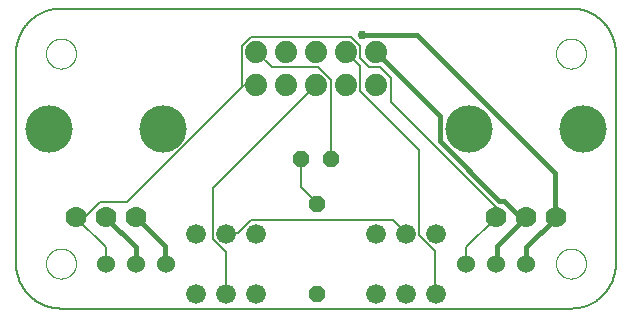
<source format=gtl>
G75*
%MOIN*%
%OFA0B0*%
%FSLAX25Y25*%
%IPPOS*%
%LPD*%
%AMOC8*
5,1,8,0,0,1.08239X$1,22.5*
%
%ADD10C,0.00000*%
%ADD11C,0.00600*%
%ADD12C,0.07400*%
%ADD13C,0.06600*%
%ADD14C,0.07000*%
%ADD15C,0.15748*%
%ADD16C,0.06000*%
%ADD17OC8,0.05200*%
%ADD18C,0.01500*%
%ADD19C,0.02978*%
D10*
X0011300Y0016300D02*
X0011302Y0016441D01*
X0011308Y0016582D01*
X0011318Y0016722D01*
X0011332Y0016862D01*
X0011350Y0017002D01*
X0011371Y0017141D01*
X0011397Y0017280D01*
X0011426Y0017418D01*
X0011460Y0017554D01*
X0011497Y0017690D01*
X0011538Y0017825D01*
X0011583Y0017959D01*
X0011632Y0018091D01*
X0011684Y0018222D01*
X0011740Y0018351D01*
X0011800Y0018478D01*
X0011863Y0018604D01*
X0011929Y0018728D01*
X0012000Y0018851D01*
X0012073Y0018971D01*
X0012150Y0019089D01*
X0012230Y0019205D01*
X0012314Y0019318D01*
X0012400Y0019429D01*
X0012490Y0019538D01*
X0012583Y0019644D01*
X0012678Y0019747D01*
X0012777Y0019848D01*
X0012878Y0019946D01*
X0012982Y0020041D01*
X0013089Y0020133D01*
X0013198Y0020222D01*
X0013310Y0020307D01*
X0013424Y0020390D01*
X0013540Y0020470D01*
X0013659Y0020546D01*
X0013780Y0020618D01*
X0013902Y0020688D01*
X0014027Y0020753D01*
X0014153Y0020816D01*
X0014281Y0020874D01*
X0014411Y0020929D01*
X0014542Y0020981D01*
X0014675Y0021028D01*
X0014809Y0021072D01*
X0014944Y0021113D01*
X0015080Y0021149D01*
X0015217Y0021181D01*
X0015355Y0021210D01*
X0015493Y0021235D01*
X0015633Y0021255D01*
X0015773Y0021272D01*
X0015913Y0021285D01*
X0016054Y0021294D01*
X0016194Y0021299D01*
X0016335Y0021300D01*
X0016476Y0021297D01*
X0016617Y0021290D01*
X0016757Y0021279D01*
X0016897Y0021264D01*
X0017037Y0021245D01*
X0017176Y0021223D01*
X0017314Y0021196D01*
X0017452Y0021166D01*
X0017588Y0021131D01*
X0017724Y0021093D01*
X0017858Y0021051D01*
X0017992Y0021005D01*
X0018124Y0020956D01*
X0018254Y0020902D01*
X0018383Y0020845D01*
X0018510Y0020785D01*
X0018636Y0020721D01*
X0018759Y0020653D01*
X0018881Y0020582D01*
X0019001Y0020508D01*
X0019118Y0020430D01*
X0019233Y0020349D01*
X0019346Y0020265D01*
X0019457Y0020178D01*
X0019565Y0020087D01*
X0019670Y0019994D01*
X0019773Y0019897D01*
X0019873Y0019798D01*
X0019970Y0019696D01*
X0020064Y0019591D01*
X0020155Y0019484D01*
X0020243Y0019374D01*
X0020328Y0019262D01*
X0020410Y0019147D01*
X0020489Y0019030D01*
X0020564Y0018911D01*
X0020636Y0018790D01*
X0020704Y0018667D01*
X0020769Y0018542D01*
X0020831Y0018415D01*
X0020888Y0018286D01*
X0020943Y0018156D01*
X0020993Y0018025D01*
X0021040Y0017892D01*
X0021083Y0017758D01*
X0021122Y0017622D01*
X0021157Y0017486D01*
X0021189Y0017349D01*
X0021216Y0017211D01*
X0021240Y0017072D01*
X0021260Y0016932D01*
X0021276Y0016792D01*
X0021288Y0016652D01*
X0021296Y0016511D01*
X0021300Y0016370D01*
X0021300Y0016230D01*
X0021296Y0016089D01*
X0021288Y0015948D01*
X0021276Y0015808D01*
X0021260Y0015668D01*
X0021240Y0015528D01*
X0021216Y0015389D01*
X0021189Y0015251D01*
X0021157Y0015114D01*
X0021122Y0014978D01*
X0021083Y0014842D01*
X0021040Y0014708D01*
X0020993Y0014575D01*
X0020943Y0014444D01*
X0020888Y0014314D01*
X0020831Y0014185D01*
X0020769Y0014058D01*
X0020704Y0013933D01*
X0020636Y0013810D01*
X0020564Y0013689D01*
X0020489Y0013570D01*
X0020410Y0013453D01*
X0020328Y0013338D01*
X0020243Y0013226D01*
X0020155Y0013116D01*
X0020064Y0013009D01*
X0019970Y0012904D01*
X0019873Y0012802D01*
X0019773Y0012703D01*
X0019670Y0012606D01*
X0019565Y0012513D01*
X0019457Y0012422D01*
X0019346Y0012335D01*
X0019233Y0012251D01*
X0019118Y0012170D01*
X0019001Y0012092D01*
X0018881Y0012018D01*
X0018759Y0011947D01*
X0018636Y0011879D01*
X0018510Y0011815D01*
X0018383Y0011755D01*
X0018254Y0011698D01*
X0018124Y0011644D01*
X0017992Y0011595D01*
X0017858Y0011549D01*
X0017724Y0011507D01*
X0017588Y0011469D01*
X0017452Y0011434D01*
X0017314Y0011404D01*
X0017176Y0011377D01*
X0017037Y0011355D01*
X0016897Y0011336D01*
X0016757Y0011321D01*
X0016617Y0011310D01*
X0016476Y0011303D01*
X0016335Y0011300D01*
X0016194Y0011301D01*
X0016054Y0011306D01*
X0015913Y0011315D01*
X0015773Y0011328D01*
X0015633Y0011345D01*
X0015493Y0011365D01*
X0015355Y0011390D01*
X0015217Y0011419D01*
X0015080Y0011451D01*
X0014944Y0011487D01*
X0014809Y0011528D01*
X0014675Y0011572D01*
X0014542Y0011619D01*
X0014411Y0011671D01*
X0014281Y0011726D01*
X0014153Y0011784D01*
X0014027Y0011847D01*
X0013902Y0011912D01*
X0013780Y0011982D01*
X0013659Y0012054D01*
X0013540Y0012130D01*
X0013424Y0012210D01*
X0013310Y0012293D01*
X0013198Y0012378D01*
X0013089Y0012467D01*
X0012982Y0012559D01*
X0012878Y0012654D01*
X0012777Y0012752D01*
X0012678Y0012853D01*
X0012583Y0012956D01*
X0012490Y0013062D01*
X0012400Y0013171D01*
X0012314Y0013282D01*
X0012230Y0013395D01*
X0012150Y0013511D01*
X0012073Y0013629D01*
X0012000Y0013749D01*
X0011929Y0013872D01*
X0011863Y0013996D01*
X0011800Y0014122D01*
X0011740Y0014249D01*
X0011684Y0014378D01*
X0011632Y0014509D01*
X0011583Y0014641D01*
X0011538Y0014775D01*
X0011497Y0014910D01*
X0011460Y0015046D01*
X0011426Y0015182D01*
X0011397Y0015320D01*
X0011371Y0015459D01*
X0011350Y0015598D01*
X0011332Y0015738D01*
X0011318Y0015878D01*
X0011308Y0016018D01*
X0011302Y0016159D01*
X0011300Y0016300D01*
X0011300Y0086300D02*
X0011302Y0086441D01*
X0011308Y0086582D01*
X0011318Y0086722D01*
X0011332Y0086862D01*
X0011350Y0087002D01*
X0011371Y0087141D01*
X0011397Y0087280D01*
X0011426Y0087418D01*
X0011460Y0087554D01*
X0011497Y0087690D01*
X0011538Y0087825D01*
X0011583Y0087959D01*
X0011632Y0088091D01*
X0011684Y0088222D01*
X0011740Y0088351D01*
X0011800Y0088478D01*
X0011863Y0088604D01*
X0011929Y0088728D01*
X0012000Y0088851D01*
X0012073Y0088971D01*
X0012150Y0089089D01*
X0012230Y0089205D01*
X0012314Y0089318D01*
X0012400Y0089429D01*
X0012490Y0089538D01*
X0012583Y0089644D01*
X0012678Y0089747D01*
X0012777Y0089848D01*
X0012878Y0089946D01*
X0012982Y0090041D01*
X0013089Y0090133D01*
X0013198Y0090222D01*
X0013310Y0090307D01*
X0013424Y0090390D01*
X0013540Y0090470D01*
X0013659Y0090546D01*
X0013780Y0090618D01*
X0013902Y0090688D01*
X0014027Y0090753D01*
X0014153Y0090816D01*
X0014281Y0090874D01*
X0014411Y0090929D01*
X0014542Y0090981D01*
X0014675Y0091028D01*
X0014809Y0091072D01*
X0014944Y0091113D01*
X0015080Y0091149D01*
X0015217Y0091181D01*
X0015355Y0091210D01*
X0015493Y0091235D01*
X0015633Y0091255D01*
X0015773Y0091272D01*
X0015913Y0091285D01*
X0016054Y0091294D01*
X0016194Y0091299D01*
X0016335Y0091300D01*
X0016476Y0091297D01*
X0016617Y0091290D01*
X0016757Y0091279D01*
X0016897Y0091264D01*
X0017037Y0091245D01*
X0017176Y0091223D01*
X0017314Y0091196D01*
X0017452Y0091166D01*
X0017588Y0091131D01*
X0017724Y0091093D01*
X0017858Y0091051D01*
X0017992Y0091005D01*
X0018124Y0090956D01*
X0018254Y0090902D01*
X0018383Y0090845D01*
X0018510Y0090785D01*
X0018636Y0090721D01*
X0018759Y0090653D01*
X0018881Y0090582D01*
X0019001Y0090508D01*
X0019118Y0090430D01*
X0019233Y0090349D01*
X0019346Y0090265D01*
X0019457Y0090178D01*
X0019565Y0090087D01*
X0019670Y0089994D01*
X0019773Y0089897D01*
X0019873Y0089798D01*
X0019970Y0089696D01*
X0020064Y0089591D01*
X0020155Y0089484D01*
X0020243Y0089374D01*
X0020328Y0089262D01*
X0020410Y0089147D01*
X0020489Y0089030D01*
X0020564Y0088911D01*
X0020636Y0088790D01*
X0020704Y0088667D01*
X0020769Y0088542D01*
X0020831Y0088415D01*
X0020888Y0088286D01*
X0020943Y0088156D01*
X0020993Y0088025D01*
X0021040Y0087892D01*
X0021083Y0087758D01*
X0021122Y0087622D01*
X0021157Y0087486D01*
X0021189Y0087349D01*
X0021216Y0087211D01*
X0021240Y0087072D01*
X0021260Y0086932D01*
X0021276Y0086792D01*
X0021288Y0086652D01*
X0021296Y0086511D01*
X0021300Y0086370D01*
X0021300Y0086230D01*
X0021296Y0086089D01*
X0021288Y0085948D01*
X0021276Y0085808D01*
X0021260Y0085668D01*
X0021240Y0085528D01*
X0021216Y0085389D01*
X0021189Y0085251D01*
X0021157Y0085114D01*
X0021122Y0084978D01*
X0021083Y0084842D01*
X0021040Y0084708D01*
X0020993Y0084575D01*
X0020943Y0084444D01*
X0020888Y0084314D01*
X0020831Y0084185D01*
X0020769Y0084058D01*
X0020704Y0083933D01*
X0020636Y0083810D01*
X0020564Y0083689D01*
X0020489Y0083570D01*
X0020410Y0083453D01*
X0020328Y0083338D01*
X0020243Y0083226D01*
X0020155Y0083116D01*
X0020064Y0083009D01*
X0019970Y0082904D01*
X0019873Y0082802D01*
X0019773Y0082703D01*
X0019670Y0082606D01*
X0019565Y0082513D01*
X0019457Y0082422D01*
X0019346Y0082335D01*
X0019233Y0082251D01*
X0019118Y0082170D01*
X0019001Y0082092D01*
X0018881Y0082018D01*
X0018759Y0081947D01*
X0018636Y0081879D01*
X0018510Y0081815D01*
X0018383Y0081755D01*
X0018254Y0081698D01*
X0018124Y0081644D01*
X0017992Y0081595D01*
X0017858Y0081549D01*
X0017724Y0081507D01*
X0017588Y0081469D01*
X0017452Y0081434D01*
X0017314Y0081404D01*
X0017176Y0081377D01*
X0017037Y0081355D01*
X0016897Y0081336D01*
X0016757Y0081321D01*
X0016617Y0081310D01*
X0016476Y0081303D01*
X0016335Y0081300D01*
X0016194Y0081301D01*
X0016054Y0081306D01*
X0015913Y0081315D01*
X0015773Y0081328D01*
X0015633Y0081345D01*
X0015493Y0081365D01*
X0015355Y0081390D01*
X0015217Y0081419D01*
X0015080Y0081451D01*
X0014944Y0081487D01*
X0014809Y0081528D01*
X0014675Y0081572D01*
X0014542Y0081619D01*
X0014411Y0081671D01*
X0014281Y0081726D01*
X0014153Y0081784D01*
X0014027Y0081847D01*
X0013902Y0081912D01*
X0013780Y0081982D01*
X0013659Y0082054D01*
X0013540Y0082130D01*
X0013424Y0082210D01*
X0013310Y0082293D01*
X0013198Y0082378D01*
X0013089Y0082467D01*
X0012982Y0082559D01*
X0012878Y0082654D01*
X0012777Y0082752D01*
X0012678Y0082853D01*
X0012583Y0082956D01*
X0012490Y0083062D01*
X0012400Y0083171D01*
X0012314Y0083282D01*
X0012230Y0083395D01*
X0012150Y0083511D01*
X0012073Y0083629D01*
X0012000Y0083749D01*
X0011929Y0083872D01*
X0011863Y0083996D01*
X0011800Y0084122D01*
X0011740Y0084249D01*
X0011684Y0084378D01*
X0011632Y0084509D01*
X0011583Y0084641D01*
X0011538Y0084775D01*
X0011497Y0084910D01*
X0011460Y0085046D01*
X0011426Y0085182D01*
X0011397Y0085320D01*
X0011371Y0085459D01*
X0011350Y0085598D01*
X0011332Y0085738D01*
X0011318Y0085878D01*
X0011308Y0086018D01*
X0011302Y0086159D01*
X0011300Y0086300D01*
X0181300Y0086300D02*
X0181302Y0086441D01*
X0181308Y0086582D01*
X0181318Y0086722D01*
X0181332Y0086862D01*
X0181350Y0087002D01*
X0181371Y0087141D01*
X0181397Y0087280D01*
X0181426Y0087418D01*
X0181460Y0087554D01*
X0181497Y0087690D01*
X0181538Y0087825D01*
X0181583Y0087959D01*
X0181632Y0088091D01*
X0181684Y0088222D01*
X0181740Y0088351D01*
X0181800Y0088478D01*
X0181863Y0088604D01*
X0181929Y0088728D01*
X0182000Y0088851D01*
X0182073Y0088971D01*
X0182150Y0089089D01*
X0182230Y0089205D01*
X0182314Y0089318D01*
X0182400Y0089429D01*
X0182490Y0089538D01*
X0182583Y0089644D01*
X0182678Y0089747D01*
X0182777Y0089848D01*
X0182878Y0089946D01*
X0182982Y0090041D01*
X0183089Y0090133D01*
X0183198Y0090222D01*
X0183310Y0090307D01*
X0183424Y0090390D01*
X0183540Y0090470D01*
X0183659Y0090546D01*
X0183780Y0090618D01*
X0183902Y0090688D01*
X0184027Y0090753D01*
X0184153Y0090816D01*
X0184281Y0090874D01*
X0184411Y0090929D01*
X0184542Y0090981D01*
X0184675Y0091028D01*
X0184809Y0091072D01*
X0184944Y0091113D01*
X0185080Y0091149D01*
X0185217Y0091181D01*
X0185355Y0091210D01*
X0185493Y0091235D01*
X0185633Y0091255D01*
X0185773Y0091272D01*
X0185913Y0091285D01*
X0186054Y0091294D01*
X0186194Y0091299D01*
X0186335Y0091300D01*
X0186476Y0091297D01*
X0186617Y0091290D01*
X0186757Y0091279D01*
X0186897Y0091264D01*
X0187037Y0091245D01*
X0187176Y0091223D01*
X0187314Y0091196D01*
X0187452Y0091166D01*
X0187588Y0091131D01*
X0187724Y0091093D01*
X0187858Y0091051D01*
X0187992Y0091005D01*
X0188124Y0090956D01*
X0188254Y0090902D01*
X0188383Y0090845D01*
X0188510Y0090785D01*
X0188636Y0090721D01*
X0188759Y0090653D01*
X0188881Y0090582D01*
X0189001Y0090508D01*
X0189118Y0090430D01*
X0189233Y0090349D01*
X0189346Y0090265D01*
X0189457Y0090178D01*
X0189565Y0090087D01*
X0189670Y0089994D01*
X0189773Y0089897D01*
X0189873Y0089798D01*
X0189970Y0089696D01*
X0190064Y0089591D01*
X0190155Y0089484D01*
X0190243Y0089374D01*
X0190328Y0089262D01*
X0190410Y0089147D01*
X0190489Y0089030D01*
X0190564Y0088911D01*
X0190636Y0088790D01*
X0190704Y0088667D01*
X0190769Y0088542D01*
X0190831Y0088415D01*
X0190888Y0088286D01*
X0190943Y0088156D01*
X0190993Y0088025D01*
X0191040Y0087892D01*
X0191083Y0087758D01*
X0191122Y0087622D01*
X0191157Y0087486D01*
X0191189Y0087349D01*
X0191216Y0087211D01*
X0191240Y0087072D01*
X0191260Y0086932D01*
X0191276Y0086792D01*
X0191288Y0086652D01*
X0191296Y0086511D01*
X0191300Y0086370D01*
X0191300Y0086230D01*
X0191296Y0086089D01*
X0191288Y0085948D01*
X0191276Y0085808D01*
X0191260Y0085668D01*
X0191240Y0085528D01*
X0191216Y0085389D01*
X0191189Y0085251D01*
X0191157Y0085114D01*
X0191122Y0084978D01*
X0191083Y0084842D01*
X0191040Y0084708D01*
X0190993Y0084575D01*
X0190943Y0084444D01*
X0190888Y0084314D01*
X0190831Y0084185D01*
X0190769Y0084058D01*
X0190704Y0083933D01*
X0190636Y0083810D01*
X0190564Y0083689D01*
X0190489Y0083570D01*
X0190410Y0083453D01*
X0190328Y0083338D01*
X0190243Y0083226D01*
X0190155Y0083116D01*
X0190064Y0083009D01*
X0189970Y0082904D01*
X0189873Y0082802D01*
X0189773Y0082703D01*
X0189670Y0082606D01*
X0189565Y0082513D01*
X0189457Y0082422D01*
X0189346Y0082335D01*
X0189233Y0082251D01*
X0189118Y0082170D01*
X0189001Y0082092D01*
X0188881Y0082018D01*
X0188759Y0081947D01*
X0188636Y0081879D01*
X0188510Y0081815D01*
X0188383Y0081755D01*
X0188254Y0081698D01*
X0188124Y0081644D01*
X0187992Y0081595D01*
X0187858Y0081549D01*
X0187724Y0081507D01*
X0187588Y0081469D01*
X0187452Y0081434D01*
X0187314Y0081404D01*
X0187176Y0081377D01*
X0187037Y0081355D01*
X0186897Y0081336D01*
X0186757Y0081321D01*
X0186617Y0081310D01*
X0186476Y0081303D01*
X0186335Y0081300D01*
X0186194Y0081301D01*
X0186054Y0081306D01*
X0185913Y0081315D01*
X0185773Y0081328D01*
X0185633Y0081345D01*
X0185493Y0081365D01*
X0185355Y0081390D01*
X0185217Y0081419D01*
X0185080Y0081451D01*
X0184944Y0081487D01*
X0184809Y0081528D01*
X0184675Y0081572D01*
X0184542Y0081619D01*
X0184411Y0081671D01*
X0184281Y0081726D01*
X0184153Y0081784D01*
X0184027Y0081847D01*
X0183902Y0081912D01*
X0183780Y0081982D01*
X0183659Y0082054D01*
X0183540Y0082130D01*
X0183424Y0082210D01*
X0183310Y0082293D01*
X0183198Y0082378D01*
X0183089Y0082467D01*
X0182982Y0082559D01*
X0182878Y0082654D01*
X0182777Y0082752D01*
X0182678Y0082853D01*
X0182583Y0082956D01*
X0182490Y0083062D01*
X0182400Y0083171D01*
X0182314Y0083282D01*
X0182230Y0083395D01*
X0182150Y0083511D01*
X0182073Y0083629D01*
X0182000Y0083749D01*
X0181929Y0083872D01*
X0181863Y0083996D01*
X0181800Y0084122D01*
X0181740Y0084249D01*
X0181684Y0084378D01*
X0181632Y0084509D01*
X0181583Y0084641D01*
X0181538Y0084775D01*
X0181497Y0084910D01*
X0181460Y0085046D01*
X0181426Y0085182D01*
X0181397Y0085320D01*
X0181371Y0085459D01*
X0181350Y0085598D01*
X0181332Y0085738D01*
X0181318Y0085878D01*
X0181308Y0086018D01*
X0181302Y0086159D01*
X0181300Y0086300D01*
X0181300Y0016300D02*
X0181302Y0016441D01*
X0181308Y0016582D01*
X0181318Y0016722D01*
X0181332Y0016862D01*
X0181350Y0017002D01*
X0181371Y0017141D01*
X0181397Y0017280D01*
X0181426Y0017418D01*
X0181460Y0017554D01*
X0181497Y0017690D01*
X0181538Y0017825D01*
X0181583Y0017959D01*
X0181632Y0018091D01*
X0181684Y0018222D01*
X0181740Y0018351D01*
X0181800Y0018478D01*
X0181863Y0018604D01*
X0181929Y0018728D01*
X0182000Y0018851D01*
X0182073Y0018971D01*
X0182150Y0019089D01*
X0182230Y0019205D01*
X0182314Y0019318D01*
X0182400Y0019429D01*
X0182490Y0019538D01*
X0182583Y0019644D01*
X0182678Y0019747D01*
X0182777Y0019848D01*
X0182878Y0019946D01*
X0182982Y0020041D01*
X0183089Y0020133D01*
X0183198Y0020222D01*
X0183310Y0020307D01*
X0183424Y0020390D01*
X0183540Y0020470D01*
X0183659Y0020546D01*
X0183780Y0020618D01*
X0183902Y0020688D01*
X0184027Y0020753D01*
X0184153Y0020816D01*
X0184281Y0020874D01*
X0184411Y0020929D01*
X0184542Y0020981D01*
X0184675Y0021028D01*
X0184809Y0021072D01*
X0184944Y0021113D01*
X0185080Y0021149D01*
X0185217Y0021181D01*
X0185355Y0021210D01*
X0185493Y0021235D01*
X0185633Y0021255D01*
X0185773Y0021272D01*
X0185913Y0021285D01*
X0186054Y0021294D01*
X0186194Y0021299D01*
X0186335Y0021300D01*
X0186476Y0021297D01*
X0186617Y0021290D01*
X0186757Y0021279D01*
X0186897Y0021264D01*
X0187037Y0021245D01*
X0187176Y0021223D01*
X0187314Y0021196D01*
X0187452Y0021166D01*
X0187588Y0021131D01*
X0187724Y0021093D01*
X0187858Y0021051D01*
X0187992Y0021005D01*
X0188124Y0020956D01*
X0188254Y0020902D01*
X0188383Y0020845D01*
X0188510Y0020785D01*
X0188636Y0020721D01*
X0188759Y0020653D01*
X0188881Y0020582D01*
X0189001Y0020508D01*
X0189118Y0020430D01*
X0189233Y0020349D01*
X0189346Y0020265D01*
X0189457Y0020178D01*
X0189565Y0020087D01*
X0189670Y0019994D01*
X0189773Y0019897D01*
X0189873Y0019798D01*
X0189970Y0019696D01*
X0190064Y0019591D01*
X0190155Y0019484D01*
X0190243Y0019374D01*
X0190328Y0019262D01*
X0190410Y0019147D01*
X0190489Y0019030D01*
X0190564Y0018911D01*
X0190636Y0018790D01*
X0190704Y0018667D01*
X0190769Y0018542D01*
X0190831Y0018415D01*
X0190888Y0018286D01*
X0190943Y0018156D01*
X0190993Y0018025D01*
X0191040Y0017892D01*
X0191083Y0017758D01*
X0191122Y0017622D01*
X0191157Y0017486D01*
X0191189Y0017349D01*
X0191216Y0017211D01*
X0191240Y0017072D01*
X0191260Y0016932D01*
X0191276Y0016792D01*
X0191288Y0016652D01*
X0191296Y0016511D01*
X0191300Y0016370D01*
X0191300Y0016230D01*
X0191296Y0016089D01*
X0191288Y0015948D01*
X0191276Y0015808D01*
X0191260Y0015668D01*
X0191240Y0015528D01*
X0191216Y0015389D01*
X0191189Y0015251D01*
X0191157Y0015114D01*
X0191122Y0014978D01*
X0191083Y0014842D01*
X0191040Y0014708D01*
X0190993Y0014575D01*
X0190943Y0014444D01*
X0190888Y0014314D01*
X0190831Y0014185D01*
X0190769Y0014058D01*
X0190704Y0013933D01*
X0190636Y0013810D01*
X0190564Y0013689D01*
X0190489Y0013570D01*
X0190410Y0013453D01*
X0190328Y0013338D01*
X0190243Y0013226D01*
X0190155Y0013116D01*
X0190064Y0013009D01*
X0189970Y0012904D01*
X0189873Y0012802D01*
X0189773Y0012703D01*
X0189670Y0012606D01*
X0189565Y0012513D01*
X0189457Y0012422D01*
X0189346Y0012335D01*
X0189233Y0012251D01*
X0189118Y0012170D01*
X0189001Y0012092D01*
X0188881Y0012018D01*
X0188759Y0011947D01*
X0188636Y0011879D01*
X0188510Y0011815D01*
X0188383Y0011755D01*
X0188254Y0011698D01*
X0188124Y0011644D01*
X0187992Y0011595D01*
X0187858Y0011549D01*
X0187724Y0011507D01*
X0187588Y0011469D01*
X0187452Y0011434D01*
X0187314Y0011404D01*
X0187176Y0011377D01*
X0187037Y0011355D01*
X0186897Y0011336D01*
X0186757Y0011321D01*
X0186617Y0011310D01*
X0186476Y0011303D01*
X0186335Y0011300D01*
X0186194Y0011301D01*
X0186054Y0011306D01*
X0185913Y0011315D01*
X0185773Y0011328D01*
X0185633Y0011345D01*
X0185493Y0011365D01*
X0185355Y0011390D01*
X0185217Y0011419D01*
X0185080Y0011451D01*
X0184944Y0011487D01*
X0184809Y0011528D01*
X0184675Y0011572D01*
X0184542Y0011619D01*
X0184411Y0011671D01*
X0184281Y0011726D01*
X0184153Y0011784D01*
X0184027Y0011847D01*
X0183902Y0011912D01*
X0183780Y0011982D01*
X0183659Y0012054D01*
X0183540Y0012130D01*
X0183424Y0012210D01*
X0183310Y0012293D01*
X0183198Y0012378D01*
X0183089Y0012467D01*
X0182982Y0012559D01*
X0182878Y0012654D01*
X0182777Y0012752D01*
X0182678Y0012853D01*
X0182583Y0012956D01*
X0182490Y0013062D01*
X0182400Y0013171D01*
X0182314Y0013282D01*
X0182230Y0013395D01*
X0182150Y0013511D01*
X0182073Y0013629D01*
X0182000Y0013749D01*
X0181929Y0013872D01*
X0181863Y0013996D01*
X0181800Y0014122D01*
X0181740Y0014249D01*
X0181684Y0014378D01*
X0181632Y0014509D01*
X0181583Y0014641D01*
X0181538Y0014775D01*
X0181497Y0014910D01*
X0181460Y0015046D01*
X0181426Y0015182D01*
X0181397Y0015320D01*
X0181371Y0015459D01*
X0181350Y0015598D01*
X0181332Y0015738D01*
X0181318Y0015878D01*
X0181308Y0016018D01*
X0181302Y0016159D01*
X0181300Y0016300D01*
D11*
X0186300Y0001300D02*
X0016300Y0001300D01*
X0015938Y0001304D01*
X0015575Y0001318D01*
X0015213Y0001339D01*
X0014852Y0001370D01*
X0014492Y0001409D01*
X0014133Y0001457D01*
X0013775Y0001514D01*
X0013418Y0001579D01*
X0013063Y0001653D01*
X0012710Y0001736D01*
X0012359Y0001827D01*
X0012011Y0001926D01*
X0011665Y0002034D01*
X0011321Y0002150D01*
X0010981Y0002275D01*
X0010644Y0002407D01*
X0010310Y0002548D01*
X0009979Y0002697D01*
X0009652Y0002854D01*
X0009329Y0003018D01*
X0009010Y0003190D01*
X0008696Y0003370D01*
X0008385Y0003558D01*
X0008080Y0003753D01*
X0007779Y0003955D01*
X0007483Y0004165D01*
X0007193Y0004381D01*
X0006907Y0004605D01*
X0006627Y0004835D01*
X0006353Y0005072D01*
X0006085Y0005316D01*
X0005822Y0005566D01*
X0005566Y0005822D01*
X0005316Y0006085D01*
X0005072Y0006353D01*
X0004835Y0006627D01*
X0004605Y0006907D01*
X0004381Y0007193D01*
X0004165Y0007483D01*
X0003955Y0007779D01*
X0003753Y0008080D01*
X0003558Y0008385D01*
X0003370Y0008696D01*
X0003190Y0009010D01*
X0003018Y0009329D01*
X0002854Y0009652D01*
X0002697Y0009979D01*
X0002548Y0010310D01*
X0002407Y0010644D01*
X0002275Y0010981D01*
X0002150Y0011321D01*
X0002034Y0011665D01*
X0001926Y0012011D01*
X0001827Y0012359D01*
X0001736Y0012710D01*
X0001653Y0013063D01*
X0001579Y0013418D01*
X0001514Y0013775D01*
X0001457Y0014133D01*
X0001409Y0014492D01*
X0001370Y0014852D01*
X0001339Y0015213D01*
X0001318Y0015575D01*
X0001304Y0015938D01*
X0001300Y0016300D01*
X0001300Y0086300D01*
X0001304Y0086662D01*
X0001318Y0087025D01*
X0001339Y0087387D01*
X0001370Y0087748D01*
X0001409Y0088108D01*
X0001457Y0088467D01*
X0001514Y0088825D01*
X0001579Y0089182D01*
X0001653Y0089537D01*
X0001736Y0089890D01*
X0001827Y0090241D01*
X0001926Y0090589D01*
X0002034Y0090935D01*
X0002150Y0091279D01*
X0002275Y0091619D01*
X0002407Y0091956D01*
X0002548Y0092290D01*
X0002697Y0092621D01*
X0002854Y0092948D01*
X0003018Y0093271D01*
X0003190Y0093590D01*
X0003370Y0093904D01*
X0003558Y0094215D01*
X0003753Y0094520D01*
X0003955Y0094821D01*
X0004165Y0095117D01*
X0004381Y0095407D01*
X0004605Y0095693D01*
X0004835Y0095973D01*
X0005072Y0096247D01*
X0005316Y0096515D01*
X0005566Y0096778D01*
X0005822Y0097034D01*
X0006085Y0097284D01*
X0006353Y0097528D01*
X0006627Y0097765D01*
X0006907Y0097995D01*
X0007193Y0098219D01*
X0007483Y0098435D01*
X0007779Y0098645D01*
X0008080Y0098847D01*
X0008385Y0099042D01*
X0008696Y0099230D01*
X0009010Y0099410D01*
X0009329Y0099582D01*
X0009652Y0099746D01*
X0009979Y0099903D01*
X0010310Y0100052D01*
X0010644Y0100193D01*
X0010981Y0100325D01*
X0011321Y0100450D01*
X0011665Y0100566D01*
X0012011Y0100674D01*
X0012359Y0100773D01*
X0012710Y0100864D01*
X0013063Y0100947D01*
X0013418Y0101021D01*
X0013775Y0101086D01*
X0014133Y0101143D01*
X0014492Y0101191D01*
X0014852Y0101230D01*
X0015213Y0101261D01*
X0015575Y0101282D01*
X0015938Y0101296D01*
X0016300Y0101300D01*
X0186300Y0101300D01*
X0186662Y0101296D01*
X0187025Y0101282D01*
X0187387Y0101261D01*
X0187748Y0101230D01*
X0188108Y0101191D01*
X0188467Y0101143D01*
X0188825Y0101086D01*
X0189182Y0101021D01*
X0189537Y0100947D01*
X0189890Y0100864D01*
X0190241Y0100773D01*
X0190589Y0100674D01*
X0190935Y0100566D01*
X0191279Y0100450D01*
X0191619Y0100325D01*
X0191956Y0100193D01*
X0192290Y0100052D01*
X0192621Y0099903D01*
X0192948Y0099746D01*
X0193271Y0099582D01*
X0193590Y0099410D01*
X0193904Y0099230D01*
X0194215Y0099042D01*
X0194520Y0098847D01*
X0194821Y0098645D01*
X0195117Y0098435D01*
X0195407Y0098219D01*
X0195693Y0097995D01*
X0195973Y0097765D01*
X0196247Y0097528D01*
X0196515Y0097284D01*
X0196778Y0097034D01*
X0197034Y0096778D01*
X0197284Y0096515D01*
X0197528Y0096247D01*
X0197765Y0095973D01*
X0197995Y0095693D01*
X0198219Y0095407D01*
X0198435Y0095117D01*
X0198645Y0094821D01*
X0198847Y0094520D01*
X0199042Y0094215D01*
X0199230Y0093904D01*
X0199410Y0093590D01*
X0199582Y0093271D01*
X0199746Y0092948D01*
X0199903Y0092621D01*
X0200052Y0092290D01*
X0200193Y0091956D01*
X0200325Y0091619D01*
X0200450Y0091279D01*
X0200566Y0090935D01*
X0200674Y0090589D01*
X0200773Y0090241D01*
X0200864Y0089890D01*
X0200947Y0089537D01*
X0201021Y0089182D01*
X0201086Y0088825D01*
X0201143Y0088467D01*
X0201191Y0088108D01*
X0201230Y0087748D01*
X0201261Y0087387D01*
X0201282Y0087025D01*
X0201296Y0086662D01*
X0201300Y0086300D01*
X0201300Y0016300D01*
X0201296Y0015938D01*
X0201282Y0015575D01*
X0201261Y0015213D01*
X0201230Y0014852D01*
X0201191Y0014492D01*
X0201143Y0014133D01*
X0201086Y0013775D01*
X0201021Y0013418D01*
X0200947Y0013063D01*
X0200864Y0012710D01*
X0200773Y0012359D01*
X0200674Y0012011D01*
X0200566Y0011665D01*
X0200450Y0011321D01*
X0200325Y0010981D01*
X0200193Y0010644D01*
X0200052Y0010310D01*
X0199903Y0009979D01*
X0199746Y0009652D01*
X0199582Y0009329D01*
X0199410Y0009010D01*
X0199230Y0008696D01*
X0199042Y0008385D01*
X0198847Y0008080D01*
X0198645Y0007779D01*
X0198435Y0007483D01*
X0198219Y0007193D01*
X0197995Y0006907D01*
X0197765Y0006627D01*
X0197528Y0006353D01*
X0197284Y0006085D01*
X0197034Y0005822D01*
X0196778Y0005566D01*
X0196515Y0005316D01*
X0196247Y0005072D01*
X0195973Y0004835D01*
X0195693Y0004605D01*
X0195407Y0004381D01*
X0195117Y0004165D01*
X0194821Y0003955D01*
X0194520Y0003753D01*
X0194215Y0003558D01*
X0193904Y0003370D01*
X0193590Y0003190D01*
X0193271Y0003018D01*
X0192948Y0002854D01*
X0192621Y0002697D01*
X0192290Y0002548D01*
X0191956Y0002407D01*
X0191619Y0002275D01*
X0191279Y0002150D01*
X0190935Y0002034D01*
X0190589Y0001926D01*
X0190241Y0001827D01*
X0189890Y0001736D01*
X0189537Y0001653D01*
X0189182Y0001579D01*
X0188825Y0001514D01*
X0188467Y0001457D01*
X0188108Y0001409D01*
X0187748Y0001370D01*
X0187387Y0001339D01*
X0187025Y0001318D01*
X0186662Y0001304D01*
X0186300Y0001300D01*
X0151300Y0016300D02*
X0151300Y0021700D01*
X0161200Y0031600D01*
X0161300Y0031772D01*
X0161200Y0031900D01*
X0161200Y0035200D01*
X0126400Y0070000D01*
X0126400Y0078100D01*
X0122800Y0081700D01*
X0118900Y0081700D01*
X0115900Y0084700D01*
X0115900Y0088900D01*
X0112900Y0091900D01*
X0079600Y0091900D01*
X0076600Y0088900D01*
X0076600Y0075400D01*
X0076750Y0075250D01*
X0077200Y0075700D01*
X0081100Y0075700D01*
X0081300Y0075800D01*
X0076750Y0075250D02*
X0038200Y0036700D01*
X0029200Y0036700D01*
X0022900Y0030400D01*
X0021300Y0031772D01*
X0021400Y0031600D01*
X0031300Y0021700D01*
X0031300Y0016300D01*
X0067000Y0024400D02*
X0067000Y0041500D01*
X0101300Y0075800D01*
X0106300Y0077500D02*
X0102100Y0081700D01*
X0086500Y0081700D01*
X0081400Y0086800D01*
X0081300Y0086800D01*
X0106300Y0077500D02*
X0106300Y0051300D01*
X0096400Y0051100D02*
X0096300Y0051300D01*
X0096400Y0051100D02*
X0096400Y0041800D01*
X0101800Y0036400D01*
X0101800Y0036300D01*
X0079600Y0030700D02*
X0127000Y0030700D01*
X0131200Y0026500D01*
X0131300Y0026300D01*
X0135700Y0025900D02*
X0135700Y0054100D01*
X0115900Y0073900D01*
X0115900Y0082300D01*
X0111400Y0086800D01*
X0111300Y0086800D01*
X0079600Y0030700D02*
X0075400Y0026500D01*
X0071500Y0026500D01*
X0071300Y0026300D01*
X0067000Y0024400D02*
X0071200Y0020200D01*
X0071200Y0006400D01*
X0071300Y0006300D01*
X0135700Y0025900D02*
X0141100Y0020500D01*
X0141100Y0006400D01*
X0141300Y0006300D01*
D12*
X0121300Y0075800D03*
X0111300Y0075800D03*
X0101300Y0075800D03*
X0091300Y0075800D03*
X0081300Y0075800D03*
X0081300Y0086800D03*
X0091300Y0086800D03*
X0101300Y0086800D03*
X0111300Y0086800D03*
X0121300Y0086800D03*
D13*
X0121300Y0026300D03*
X0131300Y0026300D03*
X0141300Y0026300D03*
X0141300Y0006300D03*
X0131300Y0006300D03*
X0121300Y0006300D03*
X0081300Y0006300D03*
X0071300Y0006300D03*
X0061300Y0006300D03*
X0061300Y0026300D03*
X0071300Y0026300D03*
X0081300Y0026300D03*
D14*
X0041300Y0031772D03*
X0031300Y0031772D03*
X0021300Y0031772D03*
X0161300Y0031772D03*
X0171300Y0031772D03*
X0181300Y0031772D03*
D15*
X0190198Y0061300D03*
X0152402Y0061300D03*
X0050198Y0061300D03*
X0012402Y0061300D03*
D16*
X0031300Y0016300D03*
X0041300Y0016300D03*
X0051300Y0016300D03*
X0151300Y0016300D03*
X0161300Y0016300D03*
X0171300Y0016300D03*
D17*
X0101800Y0006300D03*
X0101800Y0036300D03*
X0106300Y0051300D03*
X0096300Y0051300D03*
D18*
X0121300Y0086800D02*
X0142600Y0065500D01*
X0142600Y0057100D01*
X0162400Y0037300D01*
X0163900Y0037300D01*
X0169900Y0031300D01*
X0171300Y0031772D01*
X0171100Y0031600D01*
X0161500Y0022000D01*
X0161500Y0016300D01*
X0161300Y0016300D01*
X0171300Y0016300D02*
X0171400Y0016300D01*
X0171400Y0021700D01*
X0181300Y0031600D01*
X0181300Y0031772D01*
X0181000Y0032500D01*
X0181000Y0046600D01*
X0135100Y0092500D01*
X0116500Y0092500D01*
X0051100Y0022000D02*
X0041500Y0031600D01*
X0041300Y0031772D01*
X0031300Y0031772D02*
X0031300Y0031600D01*
X0041200Y0021700D01*
X0041200Y0016300D01*
X0041300Y0016300D01*
X0051100Y0016300D02*
X0051300Y0016300D01*
X0051100Y0016300D02*
X0051100Y0022000D01*
D19*
X0116500Y0092500D03*
M02*

</source>
